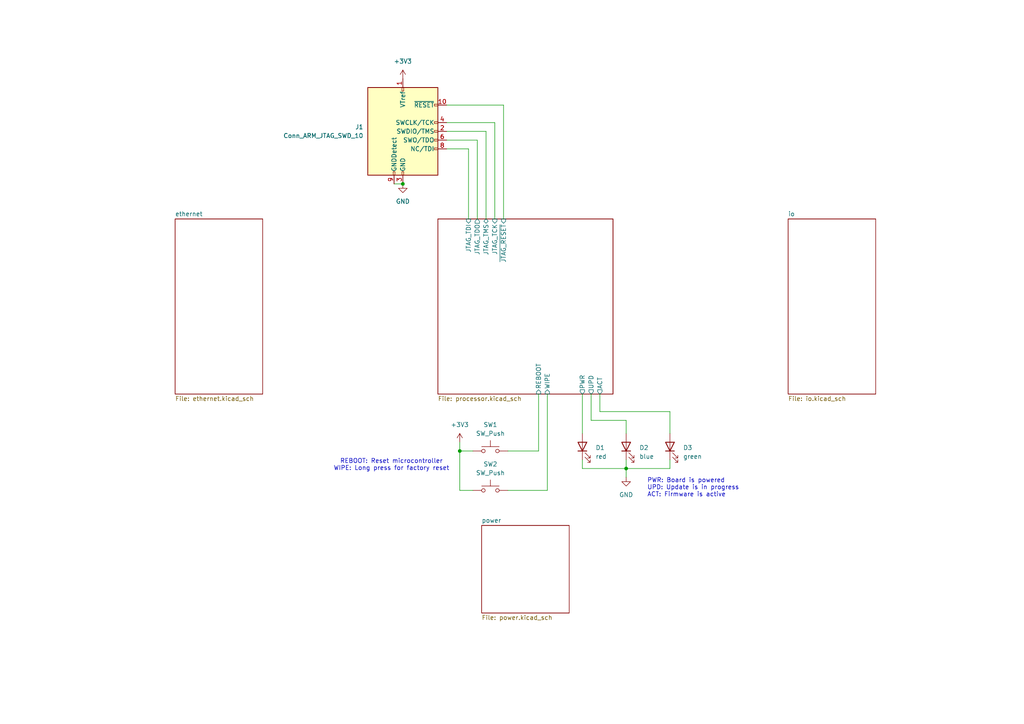
<source format=kicad_sch>
(kicad_sch (version 20231120) (generator "eeschema") (generator_version "8.0")
  (paper "A4")
  (lib_symbols
    (symbol "Connector:Conn_ARM_JTAG_SWD_10" (pin_names (offset 1.016))
      (property "Reference" "J" (at -2.54 16.51 0))
      (property "Value" "Conn_ARM_JTAG_SWD_10" (at -2.54 13.97 0))
      (symbol "Conn_ARM_JTAG_SWD_10_0_1"
        (rectangle (start -10.16 12.7) (end 10.16 -12.7) (stroke (width 0.254)) (fill (type background)))
        (rectangle (start -2.794 -12.7) (end -2.286 -11.684))
        (rectangle (start -0.254 -12.7) (end 0.254 -11.684))
        (rectangle (start -0.254 12.7) (end 0.254 11.684))
        (rectangle (start 9.144 2.286) (end 10.16 2.794))
        (rectangle (start 10.16 -2.794) (end 9.144 -2.286))
        (rectangle (start 10.16 -0.254) (end 9.144 0.254))
        (rectangle (start 10.16 7.874) (end 9.144 7.366))
      )
      (symbol "Conn_ARM_JTAG_SWD_10_1_1"
        (rectangle (start 9.144 -5.334) (end 10.16 -4.826))
        (pin power_in line (at 0 15.24 270) (length 2.54) (name "VTref") (number "1"))
        (pin open_collector line (at 12.7 7.62 180) (length 2.54) (name "~{RESET}") (number "10"))
        (pin bidirectional line (at 12.7 0 180) (length 2.54) (name "SWDIO/TMS") (number "2"))
        (pin power_in line (at 0 -15.24 90) (length 2.54) (name "GND") (number "3"))
        (pin output line (at 12.7 2.54 180) (length 2.54) (name "SWCLK/TCK") (number "4"))
        (pin passive line (at 0 -15.24 90) (length 2.54) hide (name "GND") (number "5"))
        (pin input line (at 12.7 -2.54 180) (length 2.54) (name "SWO/TDO") (number "6"))
        (pin no_connect line (at -10.16 0 0) (length 2.54) hide (name "KEY") (number "7"))
        (pin output line (at 12.7 -5.08 180) (length 2.54) (name "NC/TDI") (number "8"))
        (pin passive line (at -2.54 -15.24 90) (length 2.54) (name "GNDDetect") (number "9"))
      )
    )
    (symbol "Device:LED" (pin_numbers hide) (pin_names (offset 1.016) hide)
      (property "Reference" "D" (at 0 2.54 0))
      (property "Value" "LED" (at 0 -2.54 0))
      (symbol "LED_0_1"
        (polyline (pts (xy -1.27 -1.27) (xy -1.27 1.27)) (stroke (width 0.254)))
        (polyline (pts (xy -1.27 0) (xy 1.27 0)))
        (polyline (pts (xy 1.27 -1.27) (xy 1.27 1.27) (xy -1.27 0) (xy 1.27 -1.27)) (stroke (width 0.254)))
        (polyline (pts (xy -3.048 -0.762) (xy -4.572 -2.286) (xy -3.81 -2.286) (xy -4.572 -2.286) (xy -4.572 -1.524)))
        (polyline (pts (xy -1.778 -0.762) (xy -3.302 -2.286) (xy -2.54 -2.286) (xy -3.302 -2.286) (xy -3.302 -1.524)))
      )
      (symbol "LED_1_1"
        (pin passive line (at -3.81 0 0) (length 2.54) (name "K") (number "1"))
        (pin passive line (at 3.81 0 180) (length 2.54) (name "A") (number "2"))
      )
    )
    (symbol "Switch:SW_Push" (pin_numbers hide) (pin_names (offset 1.016) hide)
      (property "Reference" "SW" (at 1.27 2.54 0))
      (property "Value" "SW_Push" (at 0 -1.524 0))
      (symbol "SW_Push_0_1"
        (circle (center -2.032 0) (radius 0.508))
        (polyline (pts (xy 0 1.27) (xy 0 3.048)))
        (polyline (pts (xy 2.54 1.27) (xy -2.54 1.27)))
        (circle (center 2.032 0) (radius 0.508))
        (pin passive line (at -5.08 0 0) (length 2.54) (name "1") (number "1"))
        (pin passive line (at 5.08 0 180) (length 2.54) (name "2") (number "2"))
      )
    )
    (symbol "power:+3V3" (power) (pin_numbers hide) (pin_names (offset 0) hide)
      (property "Value" "+3V3" (at 0 3.556 0))
      (symbol "+3V3_0_1"
        (polyline (pts (xy -0.762 1.27) (xy 0 2.54)))
        (polyline (pts (xy 0 0) (xy 0 2.54)))
        (polyline (pts (xy 0 2.54) (xy 0.762 1.27)))
      )
      (symbol "+3V3_1_1"
        (pin power_in line (at 0 0 90) (length 0) (name "~") (number "1"))
      )
    )
    (symbol "power:GND" (power) (pin_numbers hide) (pin_names (offset 0) hide)
      (property "Value" "GND" (at 0 -3.81 0))
      (symbol "GND_0_1"
        (polyline (pts (xy 0 0) (xy 0 -1.27) (xy 1.27 -1.27) (xy 0 -2.54) (xy -1.27 -1.27) (xy 0 -1.27)))
      )
      (symbol "GND_1_1"
        (pin power_in line (at 0 0 270) (length 0) (name "~") (number "1"))
      )
    )
  )
  (junction (at 181.61 135.89))
  (junction (at 133.35 130.81))
  (junction (at 116.84 53.34))
  (wire (pts (xy 181.61 135.89) (xy 181.61 138.43)))
  (wire (pts (xy 138.43 40.64) (xy 138.43 63.5)))
  (wire (pts (xy 181.61 133.35) (xy 181.61 135.89)))
  (wire (pts (xy 129.54 35.56) (xy 143.51 35.56)))
  (wire (pts (xy 181.61 121.92) (xy 181.61 125.73)))
  (wire (pts (xy 129.54 30.48) (xy 146.05 30.48)))
  (wire (pts (xy 146.05 30.48) (xy 146.05 63.5)))
  (wire (pts (xy 156.21 114.3) (xy 156.21 130.81)))
  (wire (pts (xy 133.35 130.81) (xy 133.35 142.24)))
  (wire (pts (xy 158.75 114.3) (xy 158.75 142.24)))
  (wire (pts (xy 168.91 135.89) (xy 181.61 135.89)))
  (wire (pts (xy 114.3 53.34) (xy 116.84 53.34)))
  (wire (pts (xy 168.91 114.3) (xy 168.91 125.73)))
  (wire (pts (xy 173.99 114.3) (xy 173.99 119.38)))
  (wire (pts (xy 129.54 40.64) (xy 138.43 40.64)))
  (wire (pts (xy 137.16 142.24) (xy 133.35 142.24)))
  (wire (pts (xy 133.35 130.81) (xy 133.35 128.27)))
  (wire (pts (xy 129.54 43.18) (xy 135.89 43.18)))
  (wire (pts (xy 140.97 38.1) (xy 140.97 63.5)))
  (wire (pts (xy 173.99 119.38) (xy 194.31 119.38)))
  (wire (pts (xy 194.31 119.38) (xy 194.31 125.73)))
  (wire (pts (xy 194.31 133.35) (xy 194.31 135.89)))
  (wire (pts (xy 194.31 135.89) (xy 181.61 135.89)))
  (wire (pts (xy 168.91 133.35) (xy 168.91 135.89)))
  (wire (pts (xy 158.75 142.24) (xy 147.32 142.24)))
  (wire (pts (xy 143.51 35.56) (xy 143.51 63.5)))
  (wire (pts (xy 171.45 114.3) (xy 171.45 121.92)))
  (wire (pts (xy 129.54 38.1) (xy 140.97 38.1)))
  (wire (pts (xy 135.89 43.18) (xy 135.89 63.5)))
  (wire (pts (xy 171.45 121.92) (xy 181.61 121.92)))
  (wire (pts (xy 137.16 130.81) (xy 133.35 130.81)))
  (wire (pts (xy 156.21 130.81) (xy 147.32 130.81)))
  (text "PWR: Board is powered\nUPD: Update is in progress\nACT: Firmware is active" (at 187.706 141.478 0) (effects (font (size 1.27 1.27)) (justify left)))
  (text "REBOOT: Reset microcontroller\nWIPE: Long press for factory reset" (at 113.538 134.874 0) (effects (font (size 1.27 1.27))))
  (symbol (lib_id "Switch:SW_Push") (at 142.24 130.81 0) (mirror y) (unit 1)
    (property "Reference" "SW1" (at 142.24 123.19 0))
    (property "Value" "SW_Push" (at 142.24 125.73 0))
    (property "Footprint" "Button_Switch_SMD:SW_SPST_TL3305B" (effects (hide yes)))
    (property "Datasheet" "https://www.e-switch.com/wp-content/uploads/2024/08/TL3305.pdf" (effects (hide yes)))
    (property "Description" "REBOOT" (effects (hide yes)))
    (property "MPN" "TL3305BF260QG" (effects (hide yes)))
    (property "Manufacturer" "E-Switch" (effects (hide yes)))
  )
  (symbol (lib_id "Switch:SW_Push") (at 142.24 142.24 0) (mirror y) (unit 1)
    (property "Reference" "SW2" (at 142.24 134.62 0))
    (property "Value" "SW_Push" (at 142.24 137.16 0))
    (property "Footprint" "Button_Switch_SMD:SW_SPST_TL3305B" (effects (hide yes)))
    (property "Datasheet" "https://www.e-switch.com/wp-content/uploads/2024/08/TL3305.pdf" (effects (hide yes)))
    (property "Description" "WIPE" (effects (hide yes)))
    (property "MPN" "TL3305BF260QG" (effects (hide yes)))
    (property "Manufacturer" "E-Switch" (effects (hide yes)))
  )
  (symbol (lib_id "Device:LED") (at 181.61 129.54 90) (unit 1)
    (property "Reference" "D2" (at 185.42 129.8574 90) (effects (justify right)))
    (property "Value" "blue" (at 185.42 132.3974 90) (effects (justify right)))
    (property "Footprint" "LED_SMD:LED_1206_3216Metric" (effects (hide yes)))
    (property "Datasheet" "https://s3-us-west-2.amazonaws.com/catsy.557/Dialight_CBI_data_598-1206_Apr2018.pdf" (effects (hide yes)))
    (property "Description" "UPD" (effects (hide yes)))
    (property "MPN" "598-8291-107F" (effects (hide yes)))
    (property "Manufacturer" "Dialight" (effects (hide yes)))
  )
  (symbol (lib_id "power:+3V3") (at 133.35 128.27 0) (mirror y) (unit 1)
    (property "Reference" "#PWR04" (effects (hide yes)))
    (property "Value" "+3V3" (at 133.35 123.19 0))
    (property "Description" "Power symbol creates a global label with name \"+3V3\"" (effects (hide yes)))
  )
  (symbol (lib_id "Connector:Conn_ARM_JTAG_SWD_10") (at 116.84 38.1 0) (unit 1)
    (property "Reference" "J1" (at 105.41 36.8299 0) (effects (justify right)))
    (property "Value" "Conn_ARM_JTAG_SWD_10" (at 105.41 39.3699 0) (effects (justify right)))
    (property "Datasheet" "https://mm.digikey.com/Volume0/opasdata/d220001/medias/docus/6209/ftsh-1xx-xx-xxx-dv-xxx-xxx-x-xx-mkt.pdf" (effects (hide yes)))
    (property "Description" "JTAG" (effects (hide yes)))
    (property "MPN" "FTSH-105-01-L-DV-007-K-TR" (effects (hide yes)))
    (property "Manufacturer" "samtec" (effects (hide yes)))
  )
  (symbol (lib_id "Device:LED") (at 194.31 129.54 90) (unit 1)
    (property "Reference" "D3" (at 198.12 129.8574 90) (effects (justify right)))
    (property "Value" "green" (at 198.12 132.3974 90) (effects (justify right)))
    (property "Footprint" "LED_SMD:LED_1206_3216Metric" (effects (hide yes)))
    (property "Datasheet" "https://s3-us-west-2.amazonaws.com/catsy.557/Dialight_CBI_data_598-1206_Apr2018.pdf" (effects (hide yes)))
    (property "Description" "ACT" (effects (hide yes)))
    (property "MPN" "598-8270-107F" (effects (hide yes)))
    (property "Manufacturer" "Dialight" (effects (hide yes)))
  )
  (symbol (lib_id "power:GND") (at 116.84 53.34 0) (unit 1)
    (property "Reference" "#PWR02" (effects (hide yes)))
    (property "Value" "GND" (at 116.84 58.42 0))
    (property "Description" "Power symbol creates a global label with name \"GND\" , ground" (effects (hide yes)))
  )
  (symbol (lib_id "power:GND") (at 181.61 138.43 0) (unit 1)
    (property "Reference" "#PWR03" (effects (hide yes)))
    (property "Value" "GND" (at 181.61 143.51 0))
    (property "Description" "Power symbol creates a global label with name \"GND\" , ground" (effects (hide yes)))
  )
  (symbol (lib_id "power:+3V3") (at 116.84 22.86 0) (unit 1)
    (property "Reference" "#PWR01" (effects (hide yes)))
    (property "Value" "+3V3" (at 116.84 17.78 0))
    (property "Description" "Power symbol creates a global label with name \"+3V3\"" (effects (hide yes)))
  )
  (symbol (lib_id "Device:LED") (at 168.91 129.54 90) (unit 1)
    (property "Reference" "D1" (at 172.72 129.8574 90) (effects (justify right)))
    (property "Value" "red" (at 172.72 132.3974 90) (effects (justify right)))
    (property "Footprint" "LED_SMD:LED_1206_3216Metric" (effects (hide yes)))
    (property "Datasheet" "https://s3-us-west-2.amazonaws.com/catsy.557/Dialight_CBI_data_598-1206_Apr2018.pdf" (effects (hide yes)))
    (property "Description" "PWR" (effects (hide yes)))
    (property "MPN" "598-8210-107F" (effects (hide yes)))
    (property "Manufacturer" "Dialight" (effects (hide yes)))
  )
  (sheet (at 50.8 63.5) (size 25.4 50.8) (stroke (width 0.1524))
    (property "Sheetname" "ethernet" (at 50.8 62.7884 0) (effects (justify left bottom)))
    (property "Sheetfile" "ethernet.kicad_sch" (at 50.8 114.8846 0) (effects (justify left top)))
  )
  (sheet (at 228.6 63.5) (size 25.4 50.8) (stroke (width 0.1524))
    (property "Sheetname" "io" (at 228.6 62.7884 0) (effects (justify left bottom)))
    (property "Sheetfile" "io.kicad_sch" (at 228.6 114.8846 0) (effects (justify left top)))
  )
  (sheet (at 127 63.5) (size 50.8 50.8) (stroke (width 0.1524))
    (property "Sheetname" "processor" (effects (hide yes)))
    (property "Sheetfile" "processor.kicad_sch" (at 127 114.8846 0) (effects (justify left top)))
    (pin "REBOOT" input (at 156.21 114.3 270))
    (pin "WIPE" input (at 158.75 114.3 270))
    (pin "PWR" output (at 168.91 114.3 270))
    (pin "UPD" output (at 171.45 114.3 270))
    (pin "ACT" output (at 173.99 114.3 270))
    (pin "JTAG_TDI" input (at 135.89 63.5 90))
    (pin "JTAG_TDO" output (at 138.43 63.5 90))
    (pin "~{JTAG_RESET}" input (at 146.05 63.5 90))
    (pin "JTAG_TMS" bidirectional (at 140.97 63.5 90))
    (pin "JTAG_TCK" input (at 143.51 63.5 90))
  )
  (sheet (at 139.7 152.4) (size 25.4 25.4) (stroke (width 0.1524))
    (property "Sheetname" "power" (at 139.7 151.6884 0) (effects (justify left bottom)))
    (property "Sheetfile" "power.kicad_sch" (at 139.7 178.3846 0) (effects (justify left top)))
  )
)
</source>
